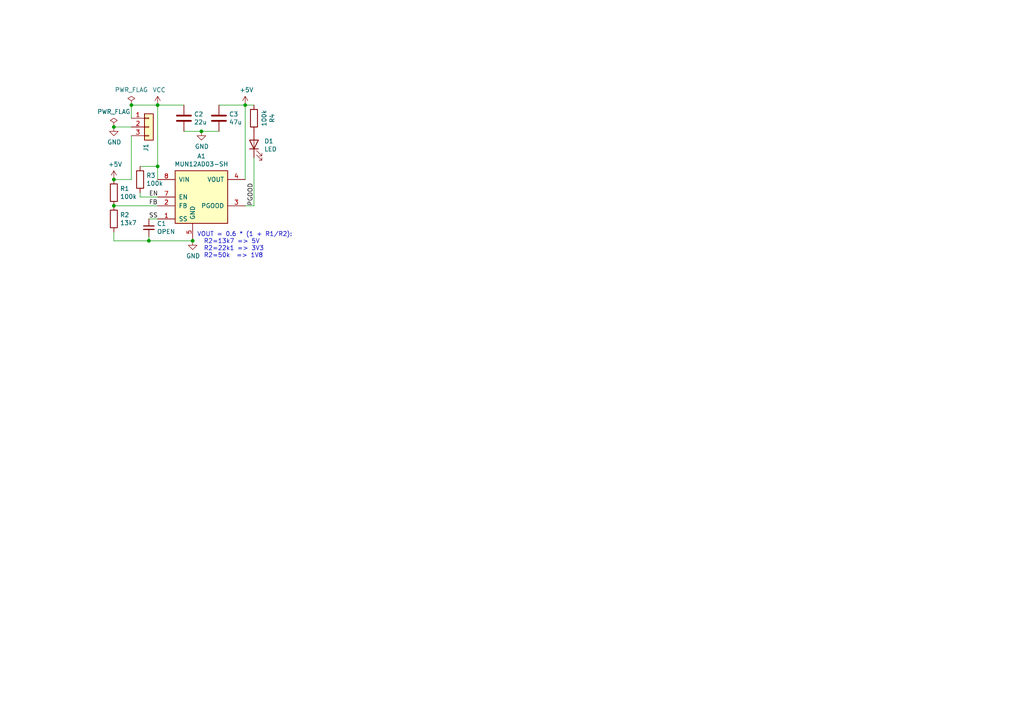
<source format=kicad_sch>
(kicad_sch (version 20230121) (generator eeschema)
  (paper "A4")
  (lib_symbols
    (symbol "Connector_Generic:Conn_01x03" (pin_names (offset 1.016) hide)
      (property "Reference" "J" (at 0 5.08 0))
      (property "Value" "Conn_01x03" (at 0 -5.08 0))
      (symbol "Conn_01x03_1_1"
        (rectangle (start -1.27 -2.413) (end 0 -2.667) (stroke (width 0.1524)))
        (rectangle (start -1.27 0.127) (end 0 -0.127) (stroke (width 0.1524)))
        (rectangle (start -1.27 2.667) (end 0 2.413) (stroke (width 0.1524)))
        (rectangle (start -1.27 3.81) (end 1.27 -3.81) (stroke (width 0.254)) (fill (type background)))
        (pin passive line (at -5.08 2.54 0) (length 3.81) (name "Pin_1") (number "1"))
        (pin passive line (at -5.08 0 0) (length 3.81) (name "Pin_2") (number "2"))
        (pin passive line (at -5.08 -2.54 0) (length 3.81) (name "Pin_3") (number "3"))
      )
    )
    (symbol "Device:C" (pin_numbers hide) (pin_names (offset 0.254))
      (property "Reference" "C" (at 0.635 2.54 0))
      (property "Value" "C" (at 0.635 -2.54 0))
      (symbol "C_0_1"
        (polyline (pts (xy -2.032 -0.762) (xy 2.032 -0.762)) (stroke (width 0.508)))
        (polyline (pts (xy -2.032 0.762) (xy 2.032 0.762)) (stroke (width 0.508)))
      )
      (symbol "C_1_1"
        (pin passive line (at 0 3.81 270) (length 2.794) (name "~") (number "1"))
        (pin passive line (at 0 -3.81 90) (length 2.794) (name "~") (number "2"))
      )
    )
    (symbol "Device:C_Small" (pin_numbers hide) (pin_names (offset 0.254) hide)
      (property "Reference" "C" (at 0.254 1.778 0))
      (property "Value" "C_Small" (at 0.254 -2.032 0))
      (symbol "C_Small_0_1"
        (polyline (pts (xy -1.524 -0.508) (xy 1.524 -0.508)) (stroke (width 0.3302)))
        (polyline (pts (xy -1.524 0.508) (xy 1.524 0.508)) (stroke (width 0.3048)))
      )
      (symbol "C_Small_1_1"
        (pin passive line (at 0 2.54 270) (length 2.032) (name "~") (number "1"))
        (pin passive line (at 0 -2.54 90) (length 2.032) (name "~") (number "2"))
      )
    )
    (symbol "Device:LED" (pin_numbers hide) (pin_names (offset 1.016) hide)
      (property "Reference" "D" (at 0 2.54 0))
      (property "Value" "LED" (at 0 -2.54 0))
      (symbol "LED_0_1"
        (polyline (pts (xy -1.27 -1.27) (xy -1.27 1.27)) (stroke (width 0.254)))
        (polyline (pts (xy -1.27 0) (xy 1.27 0)))
        (polyline (pts (xy 1.27 -1.27) (xy 1.27 1.27) (xy -1.27 0) (xy 1.27 -1.27)) (stroke (width 0.254)))
        (polyline (pts (xy -3.048 -0.762) (xy -4.572 -2.286) (xy -3.81 -2.286) (xy -4.572 -2.286) (xy -4.572 -1.524)))
        (polyline (pts (xy -1.778 -0.762) (xy -3.302 -2.286) (xy -2.54 -2.286) (xy -3.302 -2.286) (xy -3.302 -1.524)))
      )
      (symbol "LED_1_1"
        (pin passive line (at -3.81 0 0) (length 2.54) (name "K") (number "1"))
        (pin passive line (at 3.81 0 180) (length 2.54) (name "A") (number "2"))
      )
    )
    (symbol "Device:R" (pin_numbers hide) (pin_names (offset 0))
      (property "Reference" "R" (at 2.032 0 90))
      (property "Value" "R" (at 0 0 90))
      (symbol "R_0_1"
        (rectangle (start -1.016 -2.54) (end 1.016 2.54) (stroke (width 0.254)))
      )
      (symbol "R_1_1"
        (pin passive line (at 0 3.81 270) (length 1.27) (name "~") (number "1"))
        (pin passive line (at 0 -3.81 90) (length 1.27) (name "~") (number "2"))
      )
    )
    (symbol "mun12ad_78xx-rescue:MUN12AD03-SH-Power_Module_Cyntec_MUN12AD" (pin_names (offset 1.016))
      (property "Reference" "A" (at 0 11.43 0))
      (property "Value" "Power_Module_Cyntec_MUN12AD_MUN12AD03-SH" (at 0 8.89 0))
      (symbol "MUN12AD03-SH-Power_Module_Cyntec_MUN12AD_0_1"
        (rectangle (start -7.62 7.62) (end 7.62 -7.62) (stroke (width 0.254)) (fill (type background)))
      )
      (symbol "MUN12AD03-SH-Power_Module_Cyntec_MUN12AD_1_1"
        (pin input line (at -12.7 -6.35 0) (length 5.08) (name "SS") (number "1"))
        (pin passive line (at -2.54 -12.7 90) (length 5.08) hide (name "GND") (number "10"))
        (pin passive line (at -2.54 -12.7 90) (length 5.08) hide (name "GND") (number "11"))
        (pin input line (at -12.7 -2.54 0) (length 5.08) (name "FB") (number "2"))
        (pin open_collector line (at 12.7 -2.54 180) (length 5.08) (name "PGOOD") (number "3"))
        (pin power_out line (at 12.7 5.08 180) (length 5.08) (name "VOUT") (number "4"))
        (pin power_in line (at -2.54 -12.7 90) (length 5.08) (name "GND") (number "5"))
        (pin no_connect line (at 0 -7.62 90) (length 5.08) hide (name "NC") (number "6"))
        (pin input line (at -12.7 0 0) (length 5.08) (name "EN") (number "7"))
        (pin power_in line (at -12.7 5.08 0) (length 5.08) (name "VIN") (number "8"))
        (pin passive line (at 12.7 5.08 180) (length 5.08) hide (name "VOUT") (number "9"))
      )
    )
    (symbol "power:+5V" (power) (pin_names (offset 0))
      (property "Value" "+5V" (at 0 3.556 0))
      (symbol "+5V_0_1"
        (polyline (pts (xy -0.762 1.27) (xy 0 2.54)))
        (polyline (pts (xy 0 0) (xy 0 2.54)))
        (polyline (pts (xy 0 2.54) (xy 0.762 1.27)))
      )
      (symbol "+5V_1_1"
        (pin power_in line (at 0 0 90) (length 0) hide (name "+5V") (number "1"))
      )
    )
    (symbol "power:GND" (power) (pin_names (offset 0))
      (property "Value" "GND" (at 0 -3.81 0))
      (symbol "GND_0_1"
        (polyline (pts (xy 0 0) (xy 0 -1.27) (xy 1.27 -1.27) (xy 0 -2.54) (xy -1.27 -1.27) (xy 0 -1.27)))
      )
      (symbol "GND_1_1"
        (pin power_in line (at 0 0 270) (length 0) hide (name "GND") (number "1"))
      )
    )
    (symbol "power:PWR_FLAG" (power) (pin_numbers hide) (pin_names (offset 0) hide)
      (property "Value" "PWR_FLAG" (at 0 3.81 0))
      (symbol "PWR_FLAG_0_0"
        (pin power_out line (at 0 0 90) (length 0) (name "pwr") (number "1"))
      )
      (symbol "PWR_FLAG_0_1"
        (polyline (pts (xy 0 0) (xy 0 1.27) (xy -1.016 1.905) (xy 0 2.54) (xy 1.016 1.905) (xy 0 1.27)))
      )
    )
    (symbol "power:VCC" (power) (pin_names (offset 0))
      (property "Value" "VCC" (at 0 3.81 0))
      (symbol "VCC_0_1"
        (polyline (pts (xy -0.762 1.27) (xy 0 2.54)))
        (polyline (pts (xy 0 0) (xy 0 2.54)))
        (polyline (pts (xy 0 2.54) (xy 0.762 1.27)))
      )
      (symbol "VCC_1_1"
        (pin power_in line (at 0 0 90) (length 0) hide (name "VCC") (number "1"))
      )
    )
  )
  (junction (at 38.1 30.48))
  (junction (at 33.02 52.07))
  (junction (at 45.72 30.48))
  (junction (at 33.02 36.83))
  (junction (at 43.18 69.85))
  (junction (at 55.88 69.85))
  (junction (at 45.72 48.26))
  (junction (at 33.02 59.69))
  (junction (at 71.12 30.48))
  (junction (at 58.42 38.1))
  (wire (pts (xy 53.34 30.48) (xy 45.72 30.48)))
  (wire (pts (xy 71.12 30.48) (xy 73.66 30.48)))
  (wire (pts (xy 63.5 30.48) (xy 71.12 30.48)))
  (wire (pts (xy 38.1 30.48) (xy 38.1 34.29)))
  (wire (pts (xy 43.18 69.85) (xy 55.88 69.85)))
  (wire (pts (xy 40.64 48.26) (xy 45.72 48.26)))
  (wire (pts (xy 38.1 36.83) (xy 33.02 36.83)))
  (wire (pts (xy 33.02 67.31) (xy 33.02 69.85)))
  (wire (pts (xy 33.02 69.85) (xy 43.18 69.85)))
  (wire (pts (xy 40.64 57.15) (xy 40.64 55.88)))
  (wire (pts (xy 45.72 30.48) (xy 45.72 48.26)))
  (wire (pts (xy 43.18 68.58) (xy 43.18 69.85)))
  (wire (pts (xy 73.66 59.69) (xy 71.12 59.69)))
  (wire (pts (xy 71.12 30.48) (xy 71.12 52.07)))
  (wire (pts (xy 38.1 30.48) (xy 45.72 30.48)))
  (wire (pts (xy 45.72 48.26) (xy 45.72 52.07)))
  (wire (pts (xy 45.72 59.69) (xy 33.02 59.69)))
  (wire (pts (xy 38.1 52.07) (xy 38.1 39.37)))
  (wire (pts (xy 40.64 57.15) (xy 45.72 57.15)))
  (wire (pts (xy 63.5 38.1) (xy 58.42 38.1)))
  (wire (pts (xy 43.18 63.5) (xy 45.72 63.5)))
  (wire (pts (xy 58.42 38.1) (xy 53.34 38.1)))
  (wire (pts (xy 73.66 45.72) (xy 73.66 59.69)))
  (wire (pts (xy 33.02 52.07) (xy 38.1 52.07)))
  (text "VOUT = 0.6 * (1 + R1/R2):\n  R2=13k7 => 5V\n  R2=22k1 => 3V3\n  R2=50k  => 1V8" (at 57.15 74.93 0) (effects (font (size 1.27 1.27)) (justify left bottom)))
  (label "FB" (at 43.18 59.69 0))
  (label "PGOOD" (at 73.66 59.69 90))
  (label "SS" (at 43.18 63.5 0))
  (label "EN" (at 43.18 57.15 0))
  (symbol (lib_id "Connector_Generic:Conn_01x03") (at 43.18 36.83 0) (unit 1)
    (property "Reference" "J1" (at 42.3164 41.6052 90) (effects (justify right)))
    (property "Value" "Conn_01x03" (effects hide))
    (property "Footprint" "Pin_Headers:Pin_Header_Straight_1x03_Pitch2.54mm" (effects hide))
  )
  (symbol (lib_id "power:GND") (at 33.02 36.83 0) (unit 1)
    (property "Reference" "#PWR02" (effects hide))
    (property "Value" "GND" (at 33.147 41.2242 0))
  )
  (symbol (lib_id "Device:R") (at 73.66 34.29 180) (unit 1)
    (property "Reference" "R4" (at 78.9178 34.29 90))
    (property "Value" "100k" (at 76.6064 34.29 90))
    (property "Footprint" "Resistors_SMD:R_0603" (effects hide))
  )
  (symbol (lib_id "Device:R") (at 33.02 55.88 0) (unit 1)
    (property "Reference" "R1" (at 34.798 54.7116 0) (effects (justify left)))
    (property "Value" "100k" (at 34.798 57.023 0) (effects (justify left)))
    (property "Footprint" "Resistors_SMD:R_0603" (effects hide))
  )
  (symbol (lib_id "Device:R") (at 33.02 63.5 0) (unit 1)
    (property "Reference" "R2" (at 34.798 62.3316 0) (effects (justify left)))
    (property "Value" "13k7" (at 34.798 64.643 0) (effects (justify left)))
    (property "Footprint" "Resistors_SMD:R_0603" (effects hide))
  )
  (symbol (lib_id "Device:R") (at 40.64 52.07 0) (unit 1)
    (property "Reference" "R3" (at 42.418 50.9016 0) (effects (justify left)))
    (property "Value" "100k" (at 42.418 53.213 0) (effects (justify left)))
    (property "Footprint" "Resistors_SMD:R_0603" (effects hide))
  )
  (symbol (lib_id "Device:C_Small") (at 43.18 66.04 0) (unit 1)
    (property "Reference" "C1" (at 45.5168 64.8716 0) (effects (justify left)))
    (property "Value" "OPEN" (at 45.5168 67.183 0) (effects (justify left)))
    (property "Footprint" "Capacitors_SMD:C_0603" (effects hide))
  )
  (symbol (lib_id "Device:C") (at 53.34 34.29 0) (unit 1)
    (property "Reference" "C2" (at 56.261 33.1216 0) (effects (justify left)))
    (property "Value" "22u" (at 56.261 35.433 0) (effects (justify left)))
    (property "Footprint" "Resistors_Universal:Resistor_SMDuniversal_0805to1206_HandSoldering" (effects hide))
  )
  (symbol (lib_id "Device:C") (at 63.5 34.29 0) (unit 1)
    (property "Reference" "C3" (at 66.421 33.1216 0) (effects (justify left)))
    (property "Value" "47u" (at 66.421 35.433 0) (effects (justify left)))
    (property "Footprint" "Resistors_Universal:Resistor_SMDuniversal_0805to1206_HandSoldering" (effects hide))
  )
  (symbol (lib_id "Device:LED") (at 73.66 41.91 90) (unit 1)
    (property "Reference" "D1" (at 76.6318 40.9448 90) (effects (justify right)))
    (property "Value" "LED" (at 76.6318 43.2562 90) (effects (justify right)))
    (property "Footprint" "LEDs:LED_0603" (effects hide))
  )
  (symbol (lib_id "power:+5V") (at 33.02 52.07 0) (unit 1)
    (property "Reference" "#PWR01" (effects hide))
    (property "Value" "+5V" (at 33.401 47.6758 0))
  )
  (symbol (lib_id "power:VCC") (at 45.72 30.48 0) (unit 1)
    (property "Reference" "#PWR03" (effects hide))
    (property "Value" "VCC" (at 46.1518 26.0858 0))
  )
  (symbol (lib_id "power:PWR_FLAG") (at 38.1 30.48 0) (unit 1)
    (property "Reference" "#FLG0101" (effects hide))
    (property "Value" "PWR_FLAG" (at 38.1 26.0604 0))
  )
  (symbol (lib_id "power:PWR_FLAG") (at 33.02 36.83 0) (unit 1)
    (property "Reference" "#FLG0102" (effects hide))
    (property "Value" "PWR_FLAG" (at 33.02 32.4104 0))
  )
  (symbol (lib_id "power:GND") (at 58.42 38.1 0) (unit 1)
    (property "Reference" "#PWR05" (effects hide))
    (property "Value" "GND" (at 58.547 42.4942 0))
  )
  (symbol (lib_id "mun12ad_78xx-rescue:MUN12AD03-SH-Power_Module_Cyntec_MUN12AD") (at 58.42 57.15 0) (unit 1)
    (property "Reference" "A1" (at 58.42 45.2882 0))
    (property "Value" "MUN12AD03-SH" (at 58.42 47.5996 0))
    (property "Footprint" "Power_Module_SMD_Cyntec_MUN12AD:QFN-8-3EP_3.4x3.4x1.4mm_P0.8mm_Cyntec_MUN12AD03-SH" (effects hide))
    (property "Datasheet" "https://datasheet.lcsc.com/szlcsc/Cyntec-MUN12AD03-SH_C218787.pdf" (effects hide))
  )
  (symbol (lib_id "power:GND") (at 55.88 69.85 0) (unit 1)
    (property "Reference" "#PWR04" (effects hide))
    (property "Value" "GND" (at 56.007 74.2442 0))
  )
  (symbol (lib_id "power:+5V") (at 71.12 30.48 0) (unit 1)
    (property "Reference" "#PWR06" (effects hide))
    (property "Value" "+5V" (at 71.501 26.0858 0))
  )
)
</source>
